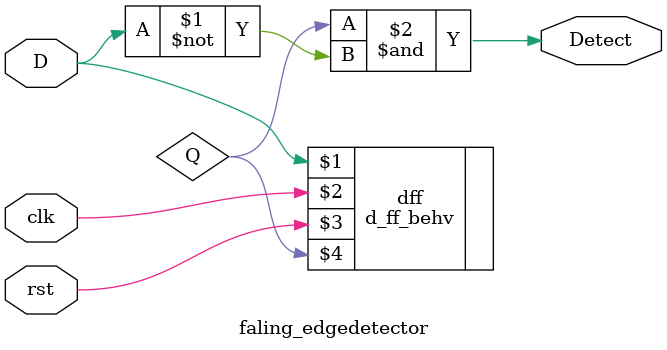
<source format=v>
`timescale 1ns / 1ps
module faling_edgedetector(input clk,rst,D,output Detect);
wire Q;
and  a1(Detect,Q,~D);
d_ff_behv dff(D,clk,rst,Q);
endmodule



</source>
